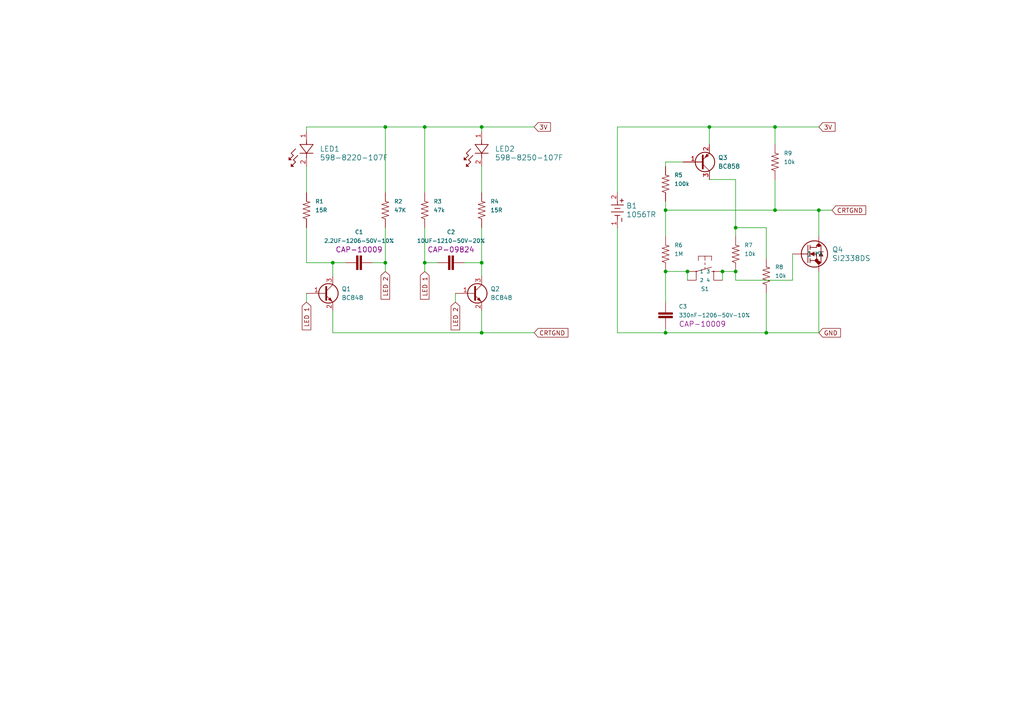
<source format=kicad_sch>
(kicad_sch (version 20230121) (generator eeschema)
  (paper "A4")
  (lib_symbols
    (symbol "598-8270-107F:598-8270-107F" (pin_names (offset 0.254))
      (property "Reference" "LED" (at 5.08 -4.445 0))
      (property "Value" "598-8270-107F" (at 5.08 -7.62 0))
      (symbol "598-8270-107F_0_1"
        (polyline (pts (xy 0 3.81) (xy 0 4.445)) (stroke (width 0.2032)))
        (polyline (pts (xy 0 4.445) (xy 0.635 4.445)) (stroke (width 0.2032)))
        (polyline (pts (xy 0.635 4.445) (xy 0 3.81)) (stroke (width 0.2032)))
        (polyline (pts (xy 1.27 3.175) (xy 0 4.445)) (stroke (width 0.2032)))
        (polyline (pts (xy 1.905 3.81) (xy 1.27 3.175)) (stroke (width 0.2032)))
        (polyline (pts (xy 1.905 4.445) (xy 1.905 5.08)) (stroke (width 0.2032)))
        (polyline (pts (xy 1.905 5.08) (xy 2.54 5.08)) (stroke (width 0.2032)))
        (polyline (pts (xy 2.54 5.08) (xy 1.905 4.445)) (stroke (width 0.2032)))
        (polyline (pts (xy 3.175 2.54) (xy 1.905 3.81)) (stroke (width 0.2032)))
        (polyline (pts (xy 3.175 3.81) (xy 1.905 5.08)) (stroke (width 0.2032)))
        (polyline (pts (xy 3.81 -1.905) (xy 3.81 1.905)) (stroke (width 0.2032)))
        (polyline (pts (xy 3.81 0) (xy 2.54 0)) (stroke (width 0.2032)))
        (polyline (pts (xy 3.81 0) (xy 6.35 1.905)) (stroke (width 0.2032)))
        (polyline (pts (xy 3.81 4.445) (xy 3.175 3.81)) (stroke (width 0.2032)))
        (polyline (pts (xy 5.08 3.175) (xy 3.81 4.445)) (stroke (width 0.2032)))
        (polyline (pts (xy 6.35 -1.905) (xy 3.81 0)) (stroke (width 0.2032)))
        (polyline (pts (xy 6.35 1.905) (xy 6.35 -1.905)) (stroke (width 0.2032)))
        (polyline (pts (xy 6.985 0) (xy 6.35 0)) (stroke (width 0.2032)))
        (polyline (pts (xy 7.62 0) (xy 6.6802 0)) (stroke (width 0.2032)))
        (pin unspecified line (at 10.16 0 180) (length 2.54) (name "") (number "1"))
        (pin unspecified line (at 0 0 0) (length 2.54) (name "") (number "2"))
      )
    )
    (symbol "CR1220 Holder:1056TR" (pin_names (offset 0.254))
      (property "Reference" "B" (at 4.826 3.81 0))
      (property "Value" "1056TR" (at 4.826 -3.81 0))
      (symbol "1056TR_0_1"
        (polyline (pts (xy 1.778 1.27) (xy 2.794 1.27)) (stroke (width 0.2032)))
        (polyline (pts (xy 2.286 0.762) (xy 2.286 1.778)) (stroke (width 0.2032)))
        (polyline (pts (xy 2.54 0) (xy 3.4798 0)) (stroke (width 0.2032)))
        (polyline (pts (xy 3.556 -1.778) (xy 3.556 1.778)) (stroke (width 0.2032)))
        (polyline (pts (xy 4.572 0.762) (xy 4.572 -0.762)) (stroke (width 0.2032)))
        (polyline (pts (xy 5.588 -1.778) (xy 5.588 1.778)) (stroke (width 0.2032)))
        (polyline (pts (xy 6.604 0) (xy 7.62 0)) (stroke (width 0.2032)))
        (polyline (pts (xy 6.604 0.762) (xy 6.604 -0.762)) (stroke (width 0.2032)))
        (polyline (pts (xy 7.366 1.27) (xy 8.382 1.27)) (stroke (width 0.2032)))
        (pin unspecified line (at 10.16 0 180) (length 2.54) (name "") (number "1"))
        (pin unspecified line (at 0 0 0) (length 2.54) (name "") (number "2"))
      )
    )
    (symbol "Si2342DS:SI2342DS-T1-GE3" (pin_numbers hide) (pin_names (offset 1.524))
      (property "Reference" "MOSFET" (at 11.43 1.905 0))
      (property "Value" "SI2342DS-T1-GE3" (at 11.43 -5.08 0))
      (symbol "SI2342DS-T1-GE3_1_1"
        (polyline (pts (xy 2.54 0) (xy 4.445 0)) (stroke (width 0.2032)))
        (polyline (pts (xy 4.445 -2.54) (xy 4.445 2.54)) (stroke (width 0.2032)))
        (polyline (pts (xy 5.08 -2.54) (xy 5.08 -1.27)) (stroke (width 0.2032)))
        (polyline (pts (xy 5.08 -1.905) (xy 6.985 -1.905)) (stroke (width 0.2032)))
        (polyline (pts (xy 5.08 -0.635) (xy 5.08 0.635)) (stroke (width 0.2032)))
        (polyline (pts (xy 5.08 1.27) (xy 5.08 2.54)) (stroke (width 0.2032)))
        (polyline (pts (xy 5.08 1.905) (xy 6.985 1.905)) (stroke (width 0.2032)))
        (polyline (pts (xy 6.35 0) (xy 6.985 0)) (stroke (width 0.2032)))
        (polyline (pts (xy 6.985 -2.54) (xy 6.985 0)) (stroke (width 0.2032)))
        (polyline (pts (xy 6.985 -2.54) (xy 8.255 -2.54)) (stroke (width 0.2032)))
        (polyline (pts (xy 6.985 1.905) (xy 6.985 2.54)) (stroke (width 0.2032)))
        (polyline (pts (xy 6.985 2.54) (xy 8.255 2.54)) (stroke (width 0.2032)))
        (polyline (pts (xy 8.255 -2.54) (xy 8.255 -0.635)) (stroke (width 0.2032)))
        (polyline (pts (xy 8.255 0.635) (xy 8.255 2.54)) (stroke (width 0.2032)))
        (polyline (pts (xy 8.89 0.635) (xy 7.62 0.635)) (stroke (width 0.2032)))
        (polyline (pts (xy 6.35 0.635) (xy 5.08 0) (xy 6.35 -0.635) (xy 6.35 0.635)) (stroke (width 0.0254)) (fill (type outline)))
        (polyline (pts (xy 8.89 -0.635) (xy 7.62 -0.635) (xy 8.255 0.635) (xy 8.89 -0.635)) (stroke (width 0.0254)) (fill (type outline)))
        (circle (center 6.35 0) (radius 3.81) (stroke (width 0.254)))
        (circle (center 6.985 -1.905) (radius 0.0254) (stroke (width 0.508)))
        (circle (center 7.62 -2.54) (radius 0.0254) (stroke (width 0.508)))
        (circle (center 7.62 2.54) (radius 0.0254) (stroke (width 0.508)))
        (pin unspecified line (at 0 0 0) (length 2.54) (name "1") (number "1"))
        (pin unspecified line (at 7.62 -5.08 90) (length 2.54) (name "2") (number "2"))
        (pin unspecified line (at 7.62 5.08 270) (length 2.54) (name "3") (number "3"))
      )
    )
    (symbol "SparkFun-Capacitors:10UF-1210-50V-20%" (pin_numbers hide) (pin_names (offset 1.016) hide)
      (property "Reference" "C" (at 1.524 2.921 0))
      (property "Value" "10UF-1210-50V-20%" (at 1.524 -2.159 0))
      (property "Field4" "CAP-09824" (at 0 7.62 0))
      (symbol "10UF-1210-50V-20%_1_0"
        (polyline (pts (xy 0 0) (xy 0 0.508)))
        (polyline (pts (xy 0 2.54) (xy 0 2.032)))
      )
      (symbol "10UF-1210-50V-20%_1_1"
        (rectangle (start -2.032 0.508) (end 2.032 1.016) (fill (type outline)))
        (rectangle (start -2.032 1.524) (end 2.032 2.032) (fill (type outline)))
        (pin passive line (at 0 5.08 270) (length 2.54) (name "1") (number "1"))
        (pin passive line (at 0 -2.54 90) (length 2.54) (name "2") (number "2"))
      )
    )
    (symbol "SparkFun-Capacitors:2.2UF-1206-50V-10%" (pin_numbers hide) (pin_names (offset 1.016) hide)
      (property "Reference" "C" (at 1.524 2.921 0))
      (property "Value" "2.2UF-1206-50V-10%" (at 1.524 -2.159 0))
      (property "Field4" "CAP-10009" (at 0 7.62 0))
      (symbol "2.2UF-1206-50V-10%_1_0"
        (polyline (pts (xy 0 0) (xy 0 0.508)))
        (polyline (pts (xy 0 2.54) (xy 0 2.032)))
      )
      (symbol "2.2UF-1206-50V-10%_1_1"
        (rectangle (start -2.032 0.508) (end 2.032 1.016) (fill (type outline)))
        (rectangle (start -2.032 1.524) (end 2.032 2.032) (fill (type outline)))
        (pin passive line (at 0 5.08 270) (length 2.54) (name "1") (number "1"))
        (pin passive line (at 0 -2.54 90) (length 2.54) (name "2") (number "2"))
      )
    )
    (symbol "SparkFun-Resistors:RESISTOR1206" (pin_numbers hide) (pin_names (offset 1.016) hide)
      (property "Reference" "R" (at -5.08 1.27 0))
      (property "Value" "RESISTOR1206" (at -5.08 -3.81 0))
      (property "Field4" " " (at 0 5.08 0))
      (symbol "RESISTOR1206_1_0"
        (polyline (pts (xy -2.54 0) (xy -2.159 1.016)))
        (polyline (pts (xy -2.159 1.016) (xy -1.524 -1.016)))
        (polyline (pts (xy -1.524 -1.016) (xy -0.889 1.016)))
        (polyline (pts (xy -0.889 1.016) (xy -0.254 -1.016)))
        (polyline (pts (xy -0.254 -1.016) (xy 0.381 1.016)))
        (polyline (pts (xy 0.381 1.016) (xy 1.016 -1.016)))
        (polyline (pts (xy 1.016 -1.016) (xy 1.651 1.016)))
        (polyline (pts (xy 1.651 1.016) (xy 2.286 -1.016)))
        (polyline (pts (xy 2.286 -1.016) (xy 2.54 0)))
      )
      (symbol "RESISTOR1206_1_1"
        (pin passive line (at -5.08 0 0) (length 2.54) (name "1") (number "1"))
        (pin passive line (at 5.08 0 180) (length 2.54) (name "2") (number "2"))
      )
    )
    (symbol "SparkFun-Switches:MOMENTARY-SWITCH-SPST-2-SMD-5.2MM" (pin_numbers hide) (pin_names (offset 1.016))
      (property "Reference" "S" (at -5.08 1.27 0))
      (property "Value" "MOMENTARY-SWITCH-SPST-2-SMD-5.2MM" (at -5.08 -5.08 0))
      (property "Field4" "SWCH-08247" (at 0 7.62 0))
      (symbol "MOMENTARY-SWITCH-SPST-2-SMD-5.2MM_1_0"
        (polyline (pts (xy -2.54 -2.54) (xy -2.54 0)))
        (polyline (pts (xy -2.54 0) (xy 1.905 1.27)))
        (polyline (pts (xy -1.905 4.445) (xy -1.905 3.175)))
        (polyline (pts (xy 0 1.27) (xy 0 0.635)))
        (polyline (pts (xy 0 2.54) (xy 0 1.905)))
        (polyline (pts (xy 0 4.445) (xy -1.905 4.445)))
        (polyline (pts (xy 0 4.445) (xy 0 3.175)))
        (polyline (pts (xy 1.905 0) (xy 2.54 0)))
        (polyline (pts (xy 1.905 4.445) (xy 0 4.445)))
        (polyline (pts (xy 1.905 4.445) (xy 1.905 3.175)))
        (polyline (pts (xy 2.54 -2.54) (xy 2.54 0)))
      )
      (symbol "MOMENTARY-SWITCH-SPST-2-SMD-5.2MM_1_1"
        (circle (center -2.54 0) (radius 0.127) (fill (type outline)))
        (circle (center 2.54 0) (radius 0.127) (fill (type outline)))
        (pin passive line (at -5.08 0 0) (length 2.54) (name "1") (number "1"))
        (pin passive line (at -5.08 -2.54 0) (length 2.54) (name "2") (number "2"))
        (pin passive line (at 5.08 0 180) (length 2.54) (name "3") (number "3"))
        (pin passive line (at 5.08 -2.54 180) (length 2.54) (name "4") (number "4"))
      )
    )
    (symbol "Transistor_BJT:BC848" (pin_names (offset 0) hide)
      (property "Reference" "Q" (at 5.08 1.905 0))
      (property "Value" "BC848" (at 5.08 0 0))
      (symbol "BC848_0_1"
        (polyline (pts (xy 0.635 0.635) (xy 2.54 2.54)))
        (polyline (pts (xy 0.635 -0.635) (xy 2.54 -2.54) (xy 2.54 -2.54)))
        (polyline (pts (xy 0.635 1.905) (xy 0.635 -1.905) (xy 0.635 -1.905)) (stroke (width 0.508)))
        (polyline (pts (xy 1.27 -1.778) (xy 1.778 -1.27) (xy 2.286 -2.286) (xy 1.27 -1.778) (xy 1.27 -1.778)) (fill (type outline)))
        (circle (center 1.27 0) (radius 2.8194) (stroke (width 0.254)))
      )
      (symbol "BC848_1_1"
        (pin input line (at -5.08 0 0) (length 5.715) (name "B") (number "1"))
        (pin passive line (at 2.54 -5.08 90) (length 2.54) (name "E") (number "2"))
        (pin passive line (at 2.54 5.08 270) (length 2.54) (name "C") (number "3"))
      )
    )
    (symbol "Transistor_BJT:BC858" (pin_names (offset 0) hide)
      (property "Reference" "Q" (at 5.08 1.905 0))
      (property "Value" "BC858" (at 5.08 0 0))
      (symbol "BC858_0_1"
        (polyline (pts (xy 0.635 0.635) (xy 2.54 2.54)))
        (polyline (pts (xy 0.635 -0.635) (xy 2.54 -2.54) (xy 2.54 -2.54)))
        (polyline (pts (xy 0.635 1.905) (xy 0.635 -1.905) (xy 0.635 -1.905)) (stroke (width 0.508)))
        (polyline (pts (xy 2.286 -1.778) (xy 1.778 -2.286) (xy 1.27 -1.27) (xy 2.286 -1.778) (xy 2.286 -1.778)) (fill (type outline)))
        (circle (center 1.27 0) (radius 2.8194) (stroke (width 0.254)))
      )
      (symbol "BC858_1_1"
        (pin input line (at -5.08 0 0) (length 5.715) (name "B") (number "1"))
        (pin passive line (at 2.54 -5.08 90) (length 2.54) (name "E") (number "2"))
        (pin passive line (at 2.54 5.08 270) (length 2.54) (name "C") (number "3"))
      )
    )
  )
  (junction (at 224.79 60.96))
  (junction (at 139.7 76.2))
  (junction (at 193.04 96.52))
  (junction (at 139.7 36.83))
  (junction (at 224.79 36.83))
  (junction (at 237.49 60.96))
  (junction (at 139.7 96.52))
  (junction (at 96.52 76.2))
  (junction (at 209.55 78.74))
  (junction (at 213.36 78.74))
  (junction (at 123.19 36.83))
  (junction (at 193.04 78.74))
  (junction (at 222.25 96.52))
  (junction (at 111.76 76.2))
  (junction (at 193.04 60.96))
  (junction (at 123.19 76.2))
  (junction (at 213.36 66.04))
  (junction (at 111.76 36.83))
  (junction (at 205.74 36.83))
  (junction (at 199.39 78.74))
  (wire (pts (xy 229.87 81.28) (xy 213.36 81.28)))
  (wire (pts (xy 193.04 78.74) (xy 199.39 78.74)))
  (wire (pts (xy 237.49 60.96) (xy 237.49 68.58)))
  (wire (pts (xy 88.9 85.09) (xy 88.9 87.63)))
  (wire (pts (xy 139.7 48.26) (xy 139.7 55.88)))
  (wire (pts (xy 111.76 76.2) (xy 111.76 78.74)))
  (wire (pts (xy 139.7 76.2) (xy 139.7 66.04)))
  (wire (pts (xy 237.49 36.83) (xy 224.79 36.83)))
  (wire (pts (xy 222.25 66.04) (xy 222.25 74.93)))
  (wire (pts (xy 96.52 80.01) (xy 96.52 76.2)))
  (wire (pts (xy 229.87 73.66) (xy 229.87 81.28)))
  (wire (pts (xy 88.9 76.2) (xy 88.9 66.04)))
  (wire (pts (xy 107.95 76.2) (xy 111.76 76.2)))
  (wire (pts (xy 96.52 96.52) (xy 139.7 96.52)))
  (wire (pts (xy 224.79 36.83) (xy 205.74 36.83)))
  (wire (pts (xy 139.7 96.52) (xy 154.94 96.52)))
  (wire (pts (xy 139.7 36.83) (xy 139.7 38.1)))
  (wire (pts (xy 193.04 96.52) (xy 222.25 96.52)))
  (wire (pts (xy 199.39 78.74) (xy 199.39 81.28)))
  (wire (pts (xy 193.04 60.96) (xy 224.79 60.96)))
  (wire (pts (xy 213.36 66.04) (xy 222.25 66.04)))
  (wire (pts (xy 193.04 60.96) (xy 193.04 68.58)))
  (wire (pts (xy 224.79 52.07) (xy 224.79 60.96)))
  (wire (pts (xy 111.76 36.83) (xy 88.9 36.83)))
  (wire (pts (xy 179.07 66.04) (xy 179.07 96.52)))
  (wire (pts (xy 123.19 76.2) (xy 123.19 78.74)))
  (wire (pts (xy 123.19 36.83) (xy 111.76 36.83)))
  (wire (pts (xy 88.9 36.83) (xy 88.9 38.1)))
  (wire (pts (xy 222.25 85.09) (xy 222.25 96.52)))
  (wire (pts (xy 179.07 36.83) (xy 179.07 55.88)))
  (wire (pts (xy 96.52 90.17) (xy 96.52 96.52)))
  (wire (pts (xy 205.74 36.83) (xy 205.74 41.91)))
  (wire (pts (xy 132.08 85.09) (xy 132.08 87.63)))
  (wire (pts (xy 111.76 36.83) (xy 111.76 55.88)))
  (wire (pts (xy 237.49 78.74) (xy 237.49 96.52)))
  (wire (pts (xy 224.79 60.96) (xy 237.49 60.96)))
  (wire (pts (xy 205.74 52.07) (xy 213.36 52.07)))
  (wire (pts (xy 139.7 96.52) (xy 139.7 90.17)))
  (wire (pts (xy 123.19 66.04) (xy 123.19 76.2)))
  (wire (pts (xy 205.74 36.83) (xy 179.07 36.83)))
  (wire (pts (xy 193.04 78.74) (xy 193.04 87.63)))
  (wire (pts (xy 193.04 58.42) (xy 193.04 60.96)))
  (wire (pts (xy 123.19 36.83) (xy 123.19 55.88)))
  (wire (pts (xy 224.79 36.83) (xy 224.79 41.91)))
  (wire (pts (xy 193.04 95.25) (xy 193.04 96.52)))
  (wire (pts (xy 213.36 66.04) (xy 213.36 68.58)))
  (wire (pts (xy 237.49 60.96) (xy 241.3 60.96)))
  (wire (pts (xy 213.36 78.74) (xy 209.55 78.74)))
  (wire (pts (xy 139.7 76.2) (xy 139.7 80.01)))
  (wire (pts (xy 209.55 78.74) (xy 209.55 81.28)))
  (wire (pts (xy 88.9 48.26) (xy 88.9 55.88)))
  (wire (pts (xy 111.76 76.2) (xy 111.76 66.04)))
  (wire (pts (xy 213.36 81.28) (xy 213.36 78.74)))
  (wire (pts (xy 179.07 96.52) (xy 193.04 96.52)))
  (wire (pts (xy 213.36 52.07) (xy 213.36 66.04)))
  (wire (pts (xy 154.94 36.83) (xy 139.7 36.83)))
  (wire (pts (xy 123.19 76.2) (xy 127 76.2)))
  (wire (pts (xy 134.62 76.2) (xy 139.7 76.2)))
  (wire (pts (xy 198.12 46.99) (xy 193.04 46.99)))
  (wire (pts (xy 139.7 36.83) (xy 123.19 36.83)))
  (wire (pts (xy 193.04 46.99) (xy 193.04 48.26)))
  (wire (pts (xy 96.52 76.2) (xy 100.33 76.2)))
  (wire (pts (xy 222.25 96.52) (xy 237.49 96.52)))
  (wire (pts (xy 96.52 76.2) (xy 88.9 76.2)))
  (global_label "CRTGND" (shape input) (at 154.94 96.52 0) (property "Intersheetrefs" "${INTERSHEET_REFS}" (effects hide)))
  (global_label "LED 2" (shape input) (at 132.08 87.63 270) (property "Intersheetrefs" "${INTERSHEET_REFS}" (effects hide)))
  (global_label "LED 2" (shape input) (at 111.76 78.74 270) (property "Intersheetrefs" "${INTERSHEET_REFS}" (effects hide)))
  (global_label "GND" (shape input) (at 237.49 96.52 0) (property "Intersheetrefs" "${INTERSHEET_REFS}" (effects hide)))
  (global_label "3V" (shape input) (at 237.49 36.83 0) (property "Intersheetrefs" "${INTERSHEET_REFS}" (effects hide)))
  (global_label "LED 1" (shape input) (at 123.19 78.74 270) (property "Intersheetrefs" "${INTERSHEET_REFS}" (effects hide)))
  (global_label "CRTGND" (shape input) (at 241.3 60.96 0) (property "Intersheetrefs" "${INTERSHEET_REFS}" (effects hide)))
  (global_label "3V" (shape input) (at 154.94 36.83 0) (property "Intersheetrefs" "${INTERSHEET_REFS}" (effects hide)))
  (global_label "LED 1" (shape input) (at 88.9 87.63 270) (property "Intersheetrefs" "${INTERSHEET_REFS}" (effects hide)))
  (symbol (lib_id "SparkFun-Resistors:RESISTOR1206") (at 224.79 46.99 90) (unit 1)
    (property "Reference" "R9" (at 227.33 44.45 90) (effects (font (size 1.143 1.143)) (justify right)))
    (property "Value" "10k" (at 227.33 46.99 90) (effects (font (size 1.143 1.143)) (justify right)))
    (property "Footprint" "Capacitor_SMD:C_1206_3216Metric" (effects hide))
    (property "Field4" " " (at 227.33 49.53 90) (effects (font (size 1.524 1.524)) (justify right)))
  )
  (symbol (lib_id "SparkFun-Resistors:RESISTOR1206") (at 193.04 73.66 90) (unit 1)
    (property "Reference" "R6" (at 195.58 71.12 90) (effects (font (size 1.143 1.143)) (justify right)))
    (property "Value" "1M" (at 195.58 73.66 90) (effects (font (size 1.143 1.143)) (justify right)))
    (property "Footprint" "Capacitor_SMD:C_1206_3216Metric" (effects hide))
    (property "Field4" " " (at 195.58 76.2 90) (effects (font (size 1.524 1.524)) (justify right)))
  )
  (symbol (lib_id "598-8270-107F:598-8270-107F") (at 88.9 48.26 90) (unit 1)
    (property "Reference" "LED1" (at 92.71 43.18 90) (effects (font (size 1.524 1.524)) (justify right)))
    (property "Value" "598-8220-107F" (at 92.71 45.72 90) (effects (font (size 1.524 1.524)) (justify right)))
    (property "Footprint" "LED_SMD:LED_1206_3216Metric" (effects hide))
    (property "Datasheet" "598-8270-107F" (effects hide))
  )
  (symbol (lib_id "Si2342DS:SI2342DS-T1-GE3") (at 229.87 73.66 0) (unit 1)
    (property "Reference" "Q4" (at 241.3 72.39 0) (effects (font (size 1.524 1.524)) (justify left)))
    (property "Value" "SI2338DS" (at 241.3 74.93 0) (effects (font (size 1.524 1.524)) (justify left)))
    (property "Footprint" "Si2342DS:SI2342DS-T1-GE3" (effects hide))
  )
  (symbol (lib_id "SparkFun-Capacitors:10UF-1210-50V-20%") (at 132.08 76.2 90) (unit 1)
    (property "Reference" "C2" (at 130.81 67.31 90) (effects (font (size 1.143 1.143))))
    (property "Value" "10UF-1210-50V-20%" (at 130.81 69.85 90) (effects (font (size 1.143 1.143))))
    (property "Footprint" "Capacitor_SMD:C_1210_3225Metric" (effects hide))
    (property "Field4" "CAP-09824" (at 130.81 72.39 90) (effects (font (size 1.524 1.524))))
  )
  (symbol (lib_id "SparkFun-Resistors:RESISTOR1206") (at 111.76 60.96 90) (unit 1)
    (property "Reference" "R2" (at 114.3 58.42 90) (effects (font (size 1.143 1.143)) (justify right)))
    (property "Value" "47K" (at 114.3 60.96 90) (effects (font (size 1.143 1.143)) (justify right)))
    (property "Footprint" "Capacitor_SMD:C_1206_3216Metric" (effects hide))
    (property "Field4" " " (at 114.3 63.5 90) (effects (font (size 1.524 1.524)) (justify right)))
  )
  (symbol (lib_id "Transistor_BJT:BC848") (at 93.98 85.09 0) (unit 1)
    (property "Reference" "Q1" (at 99.06 83.82 0) (effects (justify left)))
    (property "Value" "BC848" (at 99.06 86.36 0) (effects (justify left)))
    (property "Footprint" "Package_TO_SOT_SMD:SOT-23" (effects hide))
    (property "Datasheet" "http://www.infineon.com/dgdl/Infineon-BC847SERIES_BC848SERIES_BC849SERIES_BC850SERIES-DS-v01_01-en.pdf?fileId=db3a304314dca389011541d4630a1657" (effects hide))
  )
  (symbol (lib_id "SparkFun-Resistors:RESISTOR1206") (at 139.7 60.96 90) (unit 1)
    (property "Reference" "R4" (at 142.24 58.42 90) (effects (font (size 1.143 1.143)) (justify right)))
    (property "Value" "15R" (at 142.24 60.96 90) (effects (font (size 1.143 1.143)) (justify right)))
    (property "Footprint" "Capacitor_SMD:C_1206_3216Metric" (effects hide))
    (property "Field4" " " (at 142.24 63.5 90) (effects (font (size 1.524 1.524)) (justify right)))
  )
  (symbol (lib_id "SparkFun-Capacitors:2.2UF-1206-50V-10%") (at 193.04 90.17 180) (unit 1)
    (property "Reference" "C3" (at 196.85 88.9 0) (effects (font (size 1.143 1.143)) (justify right)))
    (property "Value" "330nF-1206-50V-10%" (at 196.85 91.44 0) (effects (font (size 1.143 1.143)) (justify right)))
    (property "Footprint" "Capacitor_SMD:C_1206_3216Metric" (effects hide))
    (property "Field4" "CAP-10009" (at 196.85 93.98 0) (effects (font (size 1.524 1.524)) (justify right)))
  )
  (symbol (lib_id "CR1220 Holder:1056TR") (at 179.07 55.88 270) (unit 1)
    (property "Reference" "B1" (at 181.61 59.69 90) (effects (font (size 1.524 1.524)) (justify left)))
    (property "Value" "1056TR" (at 181.61 62.23 90) (effects (font (size 1.524 1.524)) (justify left)))
    (property "Footprint" "CR1220 Holder:1048P_KEY" (effects hide))
    (property "Datasheet" "1056TR" (effects hide))
  )
  (symbol (lib_id "SparkFun-Resistors:RESISTOR1206") (at 123.19 60.96 90) (unit 1)
    (property "Reference" "R3" (at 125.73 58.42 90) (effects (font (size 1.143 1.143)) (justify right)))
    (property "Value" "47k" (at 125.73 60.96 90) (effects (font (size 1.143 1.143)) (justify right)))
    (property "Footprint" "Capacitor_SMD:C_1206_3216Metric" (effects hide))
    (property "Field4" " " (at 125.73 63.5 90) (effects (font (size 1.524 1.524)) (justify right)))
  )
  (symbol (lib_id "SparkFun-Resistors:RESISTOR1206") (at 88.9 60.96 90) (unit 1)
    (property "Reference" "R1" (at 91.44 58.42 90) (effects (font (size 1.143 1.143)) (justify right)))
    (property "Value" "15R" (at 91.44 60.96 90) (effects (font (size 1.143 1.143)) (justify right)))
    (property "Footprint" "Capacitor_SMD:C_1206_3216Metric" (effects hide))
    (property "Field4" " " (at 91.44 63.5 90) (effects (font (size 1.524 1.524)) (justify right)))
  )
  (symbol (lib_id "Transistor_BJT:BC858") (at 203.2 46.99 0) (mirror x) (unit 1)
    (property "Reference" "Q3" (at 208.28 45.72 0) (effects (justify left)))
    (property "Value" "BC858" (at 208.28 48.26 0) (effects (justify left)))
    (property "Footprint" "Package_TO_SOT_SMD:SOT-23" (effects hide))
    (property "Datasheet" "https://www.onsemi.com/pub/Collateral/BC860-D.pdf" (effects hide))
  )
  (symbol (lib_id "SparkFun-Resistors:RESISTOR1206") (at 213.36 73.66 90) (unit 1)
    (property "Reference" "R7" (at 215.9 71.12 90) (effects (font (size 1.143 1.143)) (justify right)))
    (property "Value" "10k" (at 215.9 73.66 90) (effects (font (size 1.143 1.143)) (justify right)))
    (property "Footprint" "Capacitor_SMD:C_1206_3216Metric" (effects hide))
    (property "Field4" " " (at 215.9 76.2 90) (effects (font (size 1.524 1.524)) (justify right)))
  )
  (symbol (lib_id "SparkFun-Switches:MOMENTARY-SWITCH-SPST-2-SMD-5.2MM") (at 204.47 78.74 0) (unit 1)
    (property "Reference" "S1" (at 204.47 83.82 0) (effects (font (size 1.143 1.143))))
    (property "Value" "MOMENTARY-SWITCH-SPST-2-SMD-5.2MM" (effects hide))
    (property "Footprint" "TACTILE_SWITCH_SMD_5.2MM" (effects hide))
    (property "Field4" "SWCH-08247" (effects hide))
  )
  (symbol (lib_id "SparkFun-Resistors:RESISTOR1206") (at 222.25 80.01 90) (unit 1)
    (property "Reference" "R8" (at 224.79 77.47 90) (effects (font (size 1.143 1.143)) (justify right)))
    (property "Value" "10k" (at 224.79 80.01 90) (effects (font (size 1.143 1.143)) (justify right)))
    (property "Footprint" "Capacitor_SMD:C_1206_3216Metric" (effects hide))
    (property "Field4" " " (at 224.79 82.55 90) (effects (font (size 1.524 1.524)) (justify right)))
  )
  (symbol (lib_id "598-8270-107F:598-8270-107F") (at 139.7 48.26 90) (unit 1)
    (property "Reference" "LED2" (at 143.51 43.18 90) (effects (font (size 1.524 1.524)) (justify right)))
    (property "Value" "598-8250-107F" (at 143.51 45.72 90) (effects (font (size 1.524 1.524)) (justify right)))
    (property "Footprint" "LED_SMD:LED_1206_3216Metric" (effects hide))
    (property "Datasheet" "598-8270-107F" (effects hide))
  )
  (symbol (lib_id "SparkFun-Capacitors:2.2UF-1206-50V-10%") (at 105.41 76.2 90) (unit 1)
    (property "Reference" "C1" (at 104.14 67.31 90) (effects (font (size 1.143 1.143))))
    (property "Value" "2.2UF-1206-50V-10%" (at 104.14 69.85 90) (effects (font (size 1.143 1.143))))
    (property "Footprint" "Capacitor_SMD:C_1206_3216Metric" (effects hide))
    (property "Field4" "CAP-10009" (at 104.14 72.39 90) (effects (font (size 1.524 1.524))))
  )
  (symbol (lib_id "Transistor_BJT:BC848") (at 137.16 85.09 0) (unit 1)
    (property "Reference" "Q2" (at 142.24 83.82 0) (effects (justify left)))
    (property "Value" "BC848" (at 142.24 86.36 0) (effects (justify left)))
    (property "Footprint" "Package_TO_SOT_SMD:SOT-23" (effects hide))
    (property "Datasheet" "http://www.infineon.com/dgdl/Infineon-BC847SERIES_BC848SERIES_BC849SERIES_BC850SERIES-DS-v01_01-en.pdf?fileId=db3a304314dca389011541d4630a1657" (effects hide))
  )
  (symbol (lib_id "SparkFun-Resistors:RESISTOR1206") (at 193.04 53.34 90) (unit 1)
    (property "Reference" "R5" (at 195.58 50.8 90) (effects (font (size 1.143 1.143)) (justify right)))
    (property "Value" "100k" (at 195.58 53.34 90) (effects (font (size 1.143 1.143)) (justify right)))
    (property "Footprint" "Capacitor_SMD:C_1206_3216Metric" (effects hide))
    (property "Field4" " " (at 195.58 55.88 90) (effects (font (size 1.524 1.524)) (justify right)))
  )
)
</source>
